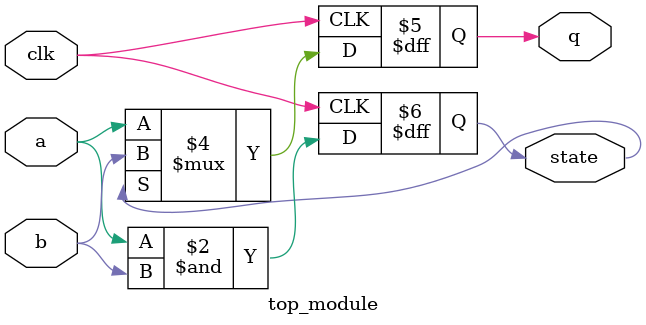
<source format=sv>
module top_module (
    input clk,
    input a,
    input b,
    output reg q,
    output reg state
);

    always @(posedge clk) begin
        // Update state logic
        state <= a & b;
    end

    always @(posedge clk) begin
        // Update output logic
        q <= state ? b : a;
    end

endmodule

</source>
